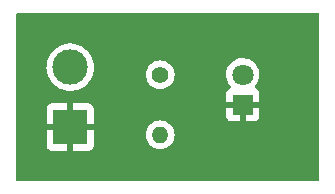
<source format=gbr>
%TF.GenerationSoftware,KiCad,Pcbnew,6.0.5-2.fc35*%
%TF.CreationDate,2022-09-23T18:34:08+02:00*%
%TF.ProjectId,Hello_ World,48656c6c-6f2c-4205-976f-726c642e6b69,rev?*%
%TF.SameCoordinates,Original*%
%TF.FileFunction,Copper,L1,Top*%
%TF.FilePolarity,Positive*%
%FSLAX46Y46*%
G04 Gerber Fmt 4.6, Leading zero omitted, Abs format (unit mm)*
G04 Created by KiCad (PCBNEW 6.0.5-2.fc35) date 2022-09-23 18:34:08*
%MOMM*%
%LPD*%
G01*
G04 APERTURE LIST*
%TA.AperFunction,ComponentPad*%
%ADD10R,3.000000X3.000000*%
%TD*%
%TA.AperFunction,ComponentPad*%
%ADD11C,3.000000*%
%TD*%
%TA.AperFunction,ComponentPad*%
%ADD12R,1.800000X1.800000*%
%TD*%
%TA.AperFunction,ComponentPad*%
%ADD13C,1.800000*%
%TD*%
%TA.AperFunction,ComponentPad*%
%ADD14C,1.400000*%
%TD*%
%TA.AperFunction,ComponentPad*%
%ADD15O,1.400000X1.400000*%
%TD*%
G04 APERTURE END LIST*
D10*
%TO.P,J1,1,Pin_1*%
%TO.N,GND*%
X139700000Y-103505000D03*
D11*
%TO.P,J1,2,Pin_2*%
%TO.N,+5V*%
X139700000Y-98425000D03*
%TD*%
D12*
%TO.P,D1,1,K*%
%TO.N,GND*%
X154305000Y-101605000D03*
D13*
%TO.P,D1,2,A*%
%TO.N,Net-(D1-Pad2)*%
X154305000Y-99065000D03*
%TD*%
D14*
%TO.P,R1,1*%
%TO.N,+5V*%
X147320000Y-99060000D03*
D15*
%TO.P,R1,2*%
%TO.N,Net-(D1-Pad2)*%
X147320000Y-104140000D03*
%TD*%
%TA.AperFunction,Conductor*%
%TO.N,GND*%
G36*
X160723621Y-93873502D02*
G01*
X160770114Y-93927158D01*
X160781500Y-93979500D01*
X160781500Y-107950500D01*
X160761498Y-108018621D01*
X160707842Y-108065114D01*
X160655500Y-108076500D01*
X135254500Y-108076500D01*
X135186379Y-108056498D01*
X135139886Y-108002842D01*
X135128500Y-107950500D01*
X135128500Y-105049669D01*
X137692001Y-105049669D01*
X137692371Y-105056490D01*
X137697895Y-105107352D01*
X137701521Y-105122604D01*
X137746676Y-105243054D01*
X137755214Y-105258649D01*
X137831715Y-105360724D01*
X137844276Y-105373285D01*
X137946351Y-105449786D01*
X137961946Y-105458324D01*
X138082394Y-105503478D01*
X138097649Y-105507105D01*
X138148514Y-105512631D01*
X138155328Y-105513000D01*
X139427885Y-105513000D01*
X139443124Y-105508525D01*
X139444329Y-105507135D01*
X139446000Y-105499452D01*
X139446000Y-105494884D01*
X139954000Y-105494884D01*
X139958475Y-105510123D01*
X139959865Y-105511328D01*
X139967548Y-105512999D01*
X141244669Y-105512999D01*
X141251490Y-105512629D01*
X141302352Y-105507105D01*
X141317604Y-105503479D01*
X141438054Y-105458324D01*
X141453649Y-105449786D01*
X141555724Y-105373285D01*
X141568285Y-105360724D01*
X141644786Y-105258649D01*
X141653324Y-105243054D01*
X141698478Y-105122606D01*
X141702105Y-105107351D01*
X141707631Y-105056486D01*
X141708000Y-105049672D01*
X141708000Y-104140000D01*
X146106884Y-104140000D01*
X146125314Y-104350655D01*
X146180044Y-104554910D01*
X146269411Y-104746558D01*
X146390699Y-104919776D01*
X146540224Y-105069301D01*
X146713442Y-105190589D01*
X146718420Y-105192910D01*
X146718423Y-105192912D01*
X146825953Y-105243054D01*
X146905090Y-105279956D01*
X146910398Y-105281378D01*
X146910400Y-105281379D01*
X147104030Y-105333262D01*
X147104032Y-105333262D01*
X147109345Y-105334686D01*
X147320000Y-105353116D01*
X147530655Y-105334686D01*
X147535968Y-105333262D01*
X147535970Y-105333262D01*
X147729600Y-105281379D01*
X147729602Y-105281378D01*
X147734910Y-105279956D01*
X147814047Y-105243054D01*
X147921577Y-105192912D01*
X147921580Y-105192910D01*
X147926558Y-105190589D01*
X148099776Y-105069301D01*
X148249301Y-104919776D01*
X148370589Y-104746558D01*
X148459956Y-104554910D01*
X148514686Y-104350655D01*
X148533116Y-104140000D01*
X148514686Y-103929345D01*
X148473896Y-103777115D01*
X148461379Y-103730400D01*
X148461378Y-103730398D01*
X148459956Y-103725090D01*
X148370589Y-103533442D01*
X148249301Y-103360224D01*
X148099776Y-103210699D01*
X147926558Y-103089411D01*
X147921580Y-103087090D01*
X147921577Y-103087088D01*
X147739892Y-103002367D01*
X147739891Y-103002366D01*
X147734910Y-103000044D01*
X147729602Y-102998622D01*
X147729600Y-102998621D01*
X147535970Y-102946738D01*
X147535968Y-102946738D01*
X147530655Y-102945314D01*
X147320000Y-102926884D01*
X147109345Y-102945314D01*
X147104032Y-102946738D01*
X147104030Y-102946738D01*
X146910400Y-102998621D01*
X146910398Y-102998622D01*
X146905090Y-103000044D01*
X146900109Y-103002366D01*
X146900108Y-103002367D01*
X146718423Y-103087088D01*
X146718420Y-103087090D01*
X146713442Y-103089411D01*
X146540224Y-103210699D01*
X146390699Y-103360224D01*
X146269411Y-103533442D01*
X146180044Y-103725090D01*
X146178622Y-103730398D01*
X146178621Y-103730400D01*
X146166104Y-103777115D01*
X146125314Y-103929345D01*
X146106884Y-104140000D01*
X141708000Y-104140000D01*
X141708000Y-103777115D01*
X141703525Y-103761876D01*
X141702135Y-103760671D01*
X141694452Y-103759000D01*
X139972115Y-103759000D01*
X139956876Y-103763475D01*
X139955671Y-103764865D01*
X139954000Y-103772548D01*
X139954000Y-105494884D01*
X139446000Y-105494884D01*
X139446000Y-103777115D01*
X139441525Y-103761876D01*
X139440135Y-103760671D01*
X139432452Y-103759000D01*
X137710116Y-103759000D01*
X137694877Y-103763475D01*
X137693672Y-103764865D01*
X137692001Y-103772548D01*
X137692001Y-105049669D01*
X135128500Y-105049669D01*
X135128500Y-103232885D01*
X137692000Y-103232885D01*
X137696475Y-103248124D01*
X137697865Y-103249329D01*
X137705548Y-103251000D01*
X139427885Y-103251000D01*
X139443124Y-103246525D01*
X139444329Y-103245135D01*
X139446000Y-103237452D01*
X139446000Y-103232885D01*
X139954000Y-103232885D01*
X139958475Y-103248124D01*
X139959865Y-103249329D01*
X139967548Y-103251000D01*
X141689884Y-103251000D01*
X141705123Y-103246525D01*
X141706328Y-103245135D01*
X141707999Y-103237452D01*
X141707999Y-102549669D01*
X152897001Y-102549669D01*
X152897371Y-102556490D01*
X152902895Y-102607352D01*
X152906521Y-102622604D01*
X152951676Y-102743054D01*
X152960214Y-102758649D01*
X153036715Y-102860724D01*
X153049276Y-102873285D01*
X153151351Y-102949786D01*
X153166946Y-102958324D01*
X153287394Y-103003478D01*
X153302649Y-103007105D01*
X153353514Y-103012631D01*
X153360328Y-103013000D01*
X154032885Y-103013000D01*
X154048124Y-103008525D01*
X154049329Y-103007135D01*
X154051000Y-102999452D01*
X154051000Y-102994884D01*
X154559000Y-102994884D01*
X154563475Y-103010123D01*
X154564865Y-103011328D01*
X154572548Y-103012999D01*
X155249669Y-103012999D01*
X155256490Y-103012629D01*
X155307352Y-103007105D01*
X155322604Y-103003479D01*
X155443054Y-102958324D01*
X155458649Y-102949786D01*
X155560724Y-102873285D01*
X155573285Y-102860724D01*
X155649786Y-102758649D01*
X155658324Y-102743054D01*
X155703478Y-102622606D01*
X155707105Y-102607351D01*
X155712631Y-102556486D01*
X155713000Y-102549672D01*
X155713000Y-101877115D01*
X155708525Y-101861876D01*
X155707135Y-101860671D01*
X155699452Y-101859000D01*
X154577115Y-101859000D01*
X154561876Y-101863475D01*
X154560671Y-101864865D01*
X154559000Y-101872548D01*
X154559000Y-102994884D01*
X154051000Y-102994884D01*
X154051000Y-101877115D01*
X154046525Y-101861876D01*
X154045135Y-101860671D01*
X154037452Y-101859000D01*
X152915116Y-101859000D01*
X152899877Y-101863475D01*
X152898672Y-101864865D01*
X152897001Y-101872548D01*
X152897001Y-102549669D01*
X141707999Y-102549669D01*
X141707999Y-101960331D01*
X141707629Y-101953510D01*
X141702105Y-101902648D01*
X141698479Y-101887396D01*
X141653324Y-101766946D01*
X141644786Y-101751351D01*
X141568285Y-101649276D01*
X141555724Y-101636715D01*
X141453649Y-101560214D01*
X141438054Y-101551676D01*
X141317606Y-101506522D01*
X141302351Y-101502895D01*
X141251486Y-101497369D01*
X141244672Y-101497000D01*
X139972115Y-101497000D01*
X139956876Y-101501475D01*
X139955671Y-101502865D01*
X139954000Y-101510548D01*
X139954000Y-103232885D01*
X139446000Y-103232885D01*
X139446000Y-101515116D01*
X139441525Y-101499877D01*
X139440135Y-101498672D01*
X139432452Y-101497001D01*
X138155331Y-101497001D01*
X138148510Y-101497371D01*
X138097648Y-101502895D01*
X138082396Y-101506521D01*
X137961946Y-101551676D01*
X137946351Y-101560214D01*
X137844276Y-101636715D01*
X137831715Y-101649276D01*
X137755214Y-101751351D01*
X137746676Y-101766946D01*
X137701522Y-101887394D01*
X137697895Y-101902649D01*
X137692369Y-101953514D01*
X137692000Y-101960328D01*
X137692000Y-103232885D01*
X135128500Y-103232885D01*
X135128500Y-98403918D01*
X137686917Y-98403918D01*
X137702682Y-98677320D01*
X137703507Y-98681525D01*
X137703508Y-98681533D01*
X137714127Y-98735657D01*
X137755405Y-98946053D01*
X137756792Y-98950103D01*
X137756793Y-98950108D01*
X137796292Y-99065475D01*
X137844112Y-99205144D01*
X137967160Y-99449799D01*
X137969586Y-99453328D01*
X137969589Y-99453334D01*
X138056871Y-99580329D01*
X138122274Y-99675490D01*
X138125161Y-99678663D01*
X138125162Y-99678664D01*
X138267656Y-99835264D01*
X138306582Y-99878043D01*
X138516675Y-100053707D01*
X138520316Y-100055991D01*
X138745024Y-100196951D01*
X138745028Y-100196953D01*
X138748664Y-100199234D01*
X138864812Y-100251677D01*
X138994345Y-100310164D01*
X138994349Y-100310166D01*
X138998257Y-100311930D01*
X139002377Y-100313150D01*
X139002376Y-100313150D01*
X139256723Y-100388491D01*
X139256727Y-100388492D01*
X139260836Y-100389709D01*
X139265070Y-100390357D01*
X139265075Y-100390358D01*
X139527298Y-100430483D01*
X139527300Y-100430483D01*
X139531540Y-100431132D01*
X139670912Y-100433322D01*
X139801071Y-100435367D01*
X139801077Y-100435367D01*
X139805362Y-100435434D01*
X140077235Y-100402534D01*
X140342127Y-100333041D01*
X140346087Y-100331401D01*
X140346092Y-100331399D01*
X140487955Y-100272637D01*
X140595136Y-100228241D01*
X140831582Y-100090073D01*
X141047089Y-99921094D01*
X141088809Y-99878043D01*
X141234686Y-99727509D01*
X141237669Y-99724431D01*
X141240202Y-99720983D01*
X141240206Y-99720978D01*
X141397257Y-99507178D01*
X141399795Y-99503723D01*
X141427154Y-99453334D01*
X141528418Y-99266830D01*
X141528419Y-99266828D01*
X141530468Y-99263054D01*
X141607196Y-99060000D01*
X146106884Y-99060000D01*
X146125314Y-99270655D01*
X146126738Y-99275968D01*
X146126738Y-99275970D01*
X146173316Y-99449799D01*
X146180044Y-99474910D01*
X146182366Y-99479891D01*
X146182367Y-99479892D01*
X146229202Y-99580329D01*
X146269411Y-99666558D01*
X146390699Y-99839776D01*
X146540224Y-99989301D01*
X146713442Y-100110589D01*
X146718420Y-100112910D01*
X146718423Y-100112912D01*
X146900108Y-100197633D01*
X146905090Y-100199956D01*
X146910398Y-100201378D01*
X146910400Y-100201379D01*
X147104030Y-100253262D01*
X147104032Y-100253262D01*
X147109345Y-100254686D01*
X147320000Y-100273116D01*
X147530655Y-100254686D01*
X147535968Y-100253262D01*
X147535970Y-100253262D01*
X147729600Y-100201379D01*
X147729602Y-100201378D01*
X147734910Y-100199956D01*
X147739892Y-100197633D01*
X147921577Y-100112912D01*
X147921580Y-100112910D01*
X147926558Y-100110589D01*
X148099776Y-99989301D01*
X148249301Y-99839776D01*
X148370589Y-99666558D01*
X148410799Y-99580329D01*
X148457633Y-99479892D01*
X148457634Y-99479891D01*
X148459956Y-99474910D01*
X148466685Y-99449799D01*
X148513262Y-99275970D01*
X148513262Y-99275968D01*
X148514686Y-99270655D01*
X148533116Y-99060000D01*
X148530532Y-99030469D01*
X152892095Y-99030469D01*
X152892392Y-99035622D01*
X152892392Y-99035625D01*
X152898067Y-99134041D01*
X152905427Y-99261697D01*
X152906564Y-99266743D01*
X152906565Y-99266749D01*
X152938741Y-99409523D01*
X152956346Y-99487642D01*
X152958288Y-99492424D01*
X152958289Y-99492428D01*
X153031187Y-99671953D01*
X153043484Y-99702237D01*
X153164501Y-99899719D01*
X153167882Y-99903622D01*
X153276653Y-100029191D01*
X153306135Y-100093776D01*
X153296020Y-100164049D01*
X153249519Y-100217697D01*
X153225646Y-100229670D01*
X153166944Y-100251677D01*
X153151351Y-100260214D01*
X153049276Y-100336715D01*
X153036715Y-100349276D01*
X152960214Y-100451351D01*
X152951676Y-100466946D01*
X152906522Y-100587394D01*
X152902895Y-100602649D01*
X152897369Y-100653514D01*
X152897000Y-100660328D01*
X152897000Y-101332885D01*
X152901475Y-101348124D01*
X152902865Y-101349329D01*
X152910548Y-101351000D01*
X155694884Y-101351000D01*
X155710123Y-101346525D01*
X155711328Y-101345135D01*
X155712999Y-101337452D01*
X155712999Y-100660331D01*
X155712629Y-100653510D01*
X155707105Y-100602648D01*
X155703479Y-100587396D01*
X155658324Y-100466946D01*
X155649786Y-100451351D01*
X155573285Y-100349276D01*
X155560724Y-100336715D01*
X155458649Y-100260214D01*
X155443052Y-100251675D01*
X155384415Y-100229693D01*
X155327650Y-100187052D01*
X155302950Y-100120490D01*
X155318157Y-100051141D01*
X155339703Y-100022461D01*
X155372978Y-99989301D01*
X155381303Y-99981005D01*
X155516458Y-99792917D01*
X155548785Y-99727509D01*
X155616784Y-99589922D01*
X155616785Y-99589920D01*
X155619078Y-99585280D01*
X155686408Y-99363671D01*
X155716640Y-99134041D01*
X155718327Y-99065000D01*
X155708202Y-98941846D01*
X155699773Y-98839318D01*
X155699772Y-98839312D01*
X155699349Y-98834167D01*
X155653190Y-98650400D01*
X155644184Y-98614544D01*
X155644183Y-98614540D01*
X155642925Y-98609533D01*
X155640866Y-98604797D01*
X155552630Y-98401868D01*
X155552628Y-98401865D01*
X155550570Y-98397131D01*
X155424764Y-98202665D01*
X155268887Y-98031358D01*
X155264836Y-98028159D01*
X155264832Y-98028155D01*
X155091177Y-97891011D01*
X155091172Y-97891008D01*
X155087123Y-97887810D01*
X155082607Y-97885317D01*
X155082604Y-97885315D01*
X154888879Y-97778373D01*
X154888875Y-97778371D01*
X154884355Y-97775876D01*
X154879486Y-97774152D01*
X154879482Y-97774150D01*
X154670903Y-97700288D01*
X154670899Y-97700287D01*
X154666028Y-97698562D01*
X154660935Y-97697655D01*
X154660932Y-97697654D01*
X154443095Y-97658851D01*
X154443089Y-97658850D01*
X154438006Y-97657945D01*
X154365096Y-97657054D01*
X154211581Y-97655179D01*
X154211579Y-97655179D01*
X154206411Y-97655116D01*
X153977464Y-97690150D01*
X153757314Y-97762106D01*
X153752726Y-97764494D01*
X153752722Y-97764496D01*
X153556461Y-97866663D01*
X153551872Y-97869052D01*
X153547739Y-97872155D01*
X153547736Y-97872157D01*
X153522625Y-97891011D01*
X153366655Y-98008117D01*
X153206639Y-98175564D01*
X153203725Y-98179836D01*
X153203724Y-98179837D01*
X153188152Y-98202665D01*
X153076119Y-98366899D01*
X152978602Y-98576981D01*
X152916707Y-98800169D01*
X152892095Y-99030469D01*
X148530532Y-99030469D01*
X148514686Y-98849345D01*
X148510619Y-98834167D01*
X148461379Y-98650400D01*
X148461378Y-98650398D01*
X148459956Y-98645090D01*
X148445712Y-98614544D01*
X148372912Y-98458423D01*
X148372910Y-98458420D01*
X148370589Y-98453442D01*
X148249301Y-98280224D01*
X148099776Y-98130699D01*
X147926558Y-98009411D01*
X147921580Y-98007090D01*
X147921577Y-98007088D01*
X147739892Y-97922367D01*
X147739891Y-97922366D01*
X147734910Y-97920044D01*
X147729602Y-97918622D01*
X147729600Y-97918621D01*
X147535970Y-97866738D01*
X147535968Y-97866738D01*
X147530655Y-97865314D01*
X147320000Y-97846884D01*
X147109345Y-97865314D01*
X147104032Y-97866738D01*
X147104030Y-97866738D01*
X146910400Y-97918621D01*
X146910398Y-97918622D01*
X146905090Y-97920044D01*
X146900109Y-97922366D01*
X146900108Y-97922367D01*
X146718423Y-98007088D01*
X146718420Y-98007090D01*
X146713442Y-98009411D01*
X146540224Y-98130699D01*
X146390699Y-98280224D01*
X146269411Y-98453442D01*
X146267090Y-98458420D01*
X146267088Y-98458423D01*
X146194288Y-98614544D01*
X146180044Y-98645090D01*
X146178622Y-98650398D01*
X146178621Y-98650400D01*
X146129381Y-98834167D01*
X146125314Y-98849345D01*
X146106884Y-99060000D01*
X141607196Y-99060000D01*
X141625751Y-99010895D01*
X141625752Y-99010891D01*
X141627269Y-99006877D01*
X141662093Y-98854825D01*
X141687449Y-98744117D01*
X141687450Y-98744113D01*
X141688407Y-98739933D01*
X141696872Y-98645090D01*
X141712531Y-98469627D01*
X141712531Y-98469625D01*
X141712751Y-98467161D01*
X141713193Y-98425000D01*
X141711293Y-98397131D01*
X141694859Y-98156055D01*
X141694858Y-98156049D01*
X141694567Y-98151778D01*
X141639032Y-97883612D01*
X141547617Y-97625465D01*
X141422013Y-97382112D01*
X141412040Y-97367921D01*
X141267008Y-97161562D01*
X141264545Y-97158057D01*
X141078125Y-96957445D01*
X141074810Y-96954731D01*
X141074806Y-96954728D01*
X140869523Y-96786706D01*
X140866205Y-96783990D01*
X140632704Y-96640901D01*
X140628768Y-96639173D01*
X140385873Y-96532549D01*
X140385869Y-96532548D01*
X140381945Y-96530825D01*
X140118566Y-96455800D01*
X140114324Y-96455196D01*
X140114318Y-96455195D01*
X139913834Y-96426662D01*
X139847443Y-96417213D01*
X139703589Y-96416460D01*
X139577877Y-96415802D01*
X139577871Y-96415802D01*
X139573591Y-96415780D01*
X139569347Y-96416339D01*
X139569343Y-96416339D01*
X139450302Y-96432011D01*
X139302078Y-96451525D01*
X139297938Y-96452658D01*
X139297936Y-96452658D01*
X139225008Y-96472609D01*
X139037928Y-96523788D01*
X139033980Y-96525472D01*
X138789982Y-96629546D01*
X138789978Y-96629548D01*
X138786030Y-96631232D01*
X138766125Y-96643145D01*
X138554725Y-96769664D01*
X138554721Y-96769667D01*
X138551043Y-96771868D01*
X138337318Y-96943094D01*
X138148808Y-97141742D01*
X137989002Y-97364136D01*
X137860857Y-97606161D01*
X137859385Y-97610184D01*
X137859383Y-97610188D01*
X137797836Y-97778373D01*
X137766743Y-97863337D01*
X137708404Y-98130907D01*
X137697660Y-98267413D01*
X137689831Y-98366899D01*
X137686917Y-98403918D01*
X135128500Y-98403918D01*
X135128500Y-93979500D01*
X135148502Y-93911379D01*
X135202158Y-93864886D01*
X135254500Y-93853500D01*
X160655500Y-93853500D01*
X160723621Y-93873502D01*
G37*
%TD.AperFunction*%
%TD*%
M02*

</source>
